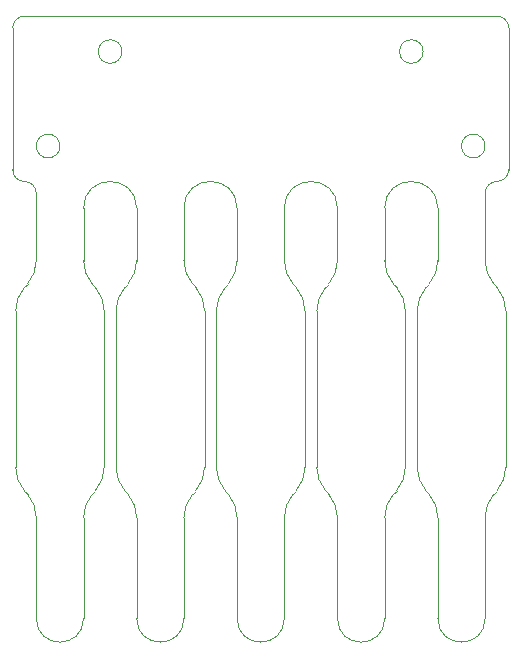
<source format=gm1>
G04 #@! TF.GenerationSoftware,KiCad,Pcbnew,7.0.9-7.0.9~ubuntu22.04.1*
G04 #@! TF.CreationDate,2023-12-30T14:42:10+00:00*
G04 #@! TF.ProjectId,DRY_FLEX_V1,4452595f-464c-4455-985f-56312e6b6963,rev?*
G04 #@! TF.SameCoordinates,Original*
G04 #@! TF.FileFunction,Profile,NP*
%FSLAX46Y46*%
G04 Gerber Fmt 4.6, Leading zero omitted, Abs format (unit mm)*
G04 Created by KiCad (PCBNEW 7.0.9-7.0.9~ubuntu22.04.1) date 2023-12-30 14:42:10*
%MOMM*%
%LPD*%
G01*
G04 APERTURE LIST*
G04 #@! TA.AperFunction,Profile*
%ADD10C,0.038100*%
G04 #@! TD*
G04 APERTURE END LIST*
D10*
X88492268Y-115974489D02*
G75*
G03*
X87750000Y-117950005I2257732J-1975511D01*
G01*
X105492270Y-115974491D02*
X105757730Y-115671108D01*
X97257733Y-115671111D02*
G75*
G03*
X98000000Y-113695594I-2257733J1975511D01*
G01*
X80000000Y-93000000D02*
X120000000Y-93000000D01*
X81000000Y-113695594D02*
X81000000Y-108000000D01*
X106499996Y-135450006D02*
G75*
G03*
X105757730Y-133474492I-2999996J6D01*
G01*
X85000000Y-135450006D02*
X85000000Y-144000000D01*
X112249996Y-117950005D02*
G75*
G03*
X111507729Y-115974492I-2999996J5D01*
G01*
X81000000Y-135450006D02*
X81000000Y-144000000D01*
X119000000Y-104000000D02*
G75*
G03*
X119000000Y-104000000I-1000000J0D01*
G01*
X106500000Y-113695594D02*
X106500000Y-109250000D01*
X81000000Y-108000000D02*
G75*
G03*
X80000000Y-107000000I-1000000J0D01*
G01*
X94507730Y-133171109D02*
X94242270Y-133474492D01*
X119000004Y-113695594D02*
G75*
G03*
X119742270Y-115671108I2999996J-6D01*
G01*
X79250004Y-131195595D02*
G75*
G03*
X79992271Y-133171108I2999996J-5D01*
G01*
X104750000Y-117950005D02*
X104750000Y-131195595D01*
X88250000Y-96000000D02*
G75*
G03*
X88250000Y-96000000I-1000000J0D01*
G01*
X111242270Y-115671108D02*
X111507730Y-115974491D01*
X86749996Y-117950005D02*
G75*
G03*
X86007729Y-115974492I-2999996J5D01*
G01*
X110500000Y-135450006D02*
X110500000Y-144000000D01*
X85000004Y-113695594D02*
G75*
G03*
X85742270Y-115671108I2999996J-6D01*
G01*
X115000000Y-109250000D02*
G75*
G03*
X110500000Y-109250000I-2250000J0D01*
G01*
X80999996Y-135450006D02*
G75*
G03*
X80257730Y-133474492I-2999996J6D01*
G01*
X120749996Y-117950005D02*
G75*
G03*
X120007729Y-115974492I-2999996J5D01*
G01*
X113992270Y-133171109D02*
X114257730Y-133474492D01*
X120007732Y-133171111D02*
G75*
G03*
X120750000Y-131195595I-2257732J1975511D01*
G01*
X111507730Y-133171109D02*
X111242270Y-133474492D01*
X80000000Y-93000000D02*
G75*
G03*
X79000000Y-94000000I0J-1000000D01*
G01*
X103749996Y-117950005D02*
G75*
G03*
X103007729Y-115974492I-2999996J5D01*
G01*
X88757733Y-115671111D02*
G75*
G03*
X89500000Y-113695594I-2257733J1975511D01*
G01*
X96992270Y-115974491D02*
X97257730Y-115671108D01*
X114257733Y-115671111D02*
G75*
G03*
X115000000Y-113695594I-2257733J1975511D01*
G01*
X119000000Y-113695594D02*
X119000000Y-108000000D01*
X102742267Y-133474489D02*
G75*
G03*
X102000000Y-135450006I2257733J-1975511D01*
G01*
X97999996Y-135450006D02*
G75*
G03*
X97257730Y-133474492I-2999996J6D01*
G01*
X111242267Y-133474489D02*
G75*
G03*
X110500000Y-135450006I2257733J-1975511D01*
G01*
X106500000Y-135450006D02*
X106500000Y-144000000D01*
X79250000Y-117950005D02*
X79250000Y-131195595D01*
X113250000Y-131195595D02*
X113250000Y-117950005D01*
X94242267Y-133474489D02*
G75*
G03*
X93500000Y-135450006I2257733J-1975511D01*
G01*
X112250000Y-131195595D02*
X112250000Y-117950005D01*
X88757730Y-133474492D02*
X88492270Y-133171109D01*
X105757730Y-133474492D02*
X105492270Y-133171109D01*
X102000000Y-113695594D02*
X102000000Y-109250000D01*
X120000000Y-107000000D02*
G75*
G03*
X121000000Y-106000000I0J1000000D01*
G01*
X114257730Y-115671108D02*
X113992270Y-115974491D01*
X93500000Y-113695594D02*
X93500000Y-109250000D01*
X115000000Y-135450006D02*
X115000000Y-144000000D01*
X97257730Y-133474492D02*
X96992270Y-133171109D01*
X96250000Y-117950005D02*
X96250000Y-131195595D01*
X111507732Y-133171111D02*
G75*
G03*
X112250000Y-131195595I-2257732J1975511D01*
G01*
X96992268Y-115974489D02*
G75*
G03*
X96250000Y-117950005I2257732J-1975511D01*
G01*
X89500000Y-113695594D02*
X89500000Y-109250000D01*
X83000000Y-104000000D02*
G75*
G03*
X83000000Y-104000000I-1000000J0D01*
G01*
X93500004Y-113695594D02*
G75*
G03*
X94242270Y-115671108I2999996J-6D01*
G01*
X79000000Y-106000000D02*
G75*
G03*
X80000000Y-107000000I1000000J0D01*
G01*
X119000000Y-135450006D02*
X119000000Y-144000000D01*
X98000000Y-113695594D02*
X98000000Y-109250000D01*
X85742267Y-133474489D02*
G75*
G03*
X85000000Y-135450006I2257733J-1975511D01*
G01*
X105757733Y-115671111D02*
G75*
G03*
X106500000Y-113695594I-2257733J1975511D01*
G01*
X86007732Y-133171111D02*
G75*
G03*
X86750000Y-131195595I-2257732J1975511D01*
G01*
X80257730Y-133474492D02*
X79992270Y-133171109D01*
X115000000Y-144000000D02*
G75*
G03*
X119000000Y-144000000I2000000J0D01*
G01*
X86750000Y-131195595D02*
X86750000Y-117950005D01*
X121000000Y-94000000D02*
G75*
G03*
X120000000Y-93000000I-1000000J0D01*
G01*
X80257733Y-115671111D02*
G75*
G03*
X81000000Y-113695594I-2257733J1975511D01*
G01*
X113750000Y-96000000D02*
G75*
G03*
X113750000Y-96000000I-1000000J0D01*
G01*
X86007730Y-133171109D02*
X85742270Y-133474492D01*
X121000000Y-106000000D02*
X121000000Y-94000000D01*
X120750000Y-117950005D02*
X120750000Y-131195595D01*
X89500000Y-144000000D02*
G75*
G03*
X93500000Y-144000000I2000000J0D01*
G01*
X120000000Y-107000000D02*
G75*
G03*
X119000000Y-108000000I0J-1000000D01*
G01*
X94507732Y-133171111D02*
G75*
G03*
X95250000Y-131195595I-2257732J1975511D01*
G01*
X119742270Y-133474492D02*
X120007730Y-133171109D01*
X106500000Y-109250000D02*
G75*
G03*
X102000000Y-109250000I-2250000J0D01*
G01*
X95250000Y-131195595D02*
X95250000Y-117950005D01*
X87750004Y-131195595D02*
G75*
G03*
X88492271Y-133171108I2999996J-5D01*
G01*
X93500000Y-135450006D02*
X93500000Y-144000000D01*
X105492268Y-115974489D02*
G75*
G03*
X104750000Y-117950005I2257732J-1975511D01*
G01*
X87750000Y-117950005D02*
X87750000Y-131195595D01*
X79000000Y-106000000D02*
X79000000Y-94000000D01*
X102000000Y-135450006D02*
X102000000Y-144000000D01*
X113992268Y-115974489D02*
G75*
G03*
X113250000Y-117950005I2257732J-1975511D01*
G01*
X95249996Y-117950005D02*
G75*
G03*
X94507729Y-115974492I-2999996J5D01*
G01*
X114999996Y-135450006D02*
G75*
G03*
X114257730Y-133474492I-2999996J6D01*
G01*
X85000000Y-113695594D02*
X85000000Y-109250000D01*
X110500000Y-113695594D02*
X110500000Y-109250000D01*
X94242270Y-115671108D02*
X94507730Y-115974491D01*
X110500004Y-113695594D02*
G75*
G03*
X111242270Y-115671108I2999996J-6D01*
G01*
X102000004Y-113695594D02*
G75*
G03*
X102742270Y-115671108I2999996J-6D01*
G01*
X79992270Y-115974491D02*
X80257730Y-115671108D01*
X98000000Y-144000000D02*
G75*
G03*
X102000000Y-144000000I2000000J0D01*
G01*
X96250004Y-131195595D02*
G75*
G03*
X96992271Y-133171108I2999996J-5D01*
G01*
X89500000Y-135450006D02*
X89500000Y-144000000D01*
X106500000Y-144000000D02*
G75*
G03*
X110500000Y-144000000I2000000J0D01*
G01*
X103007730Y-133171109D02*
X102742270Y-133474492D01*
X120007730Y-115974491D02*
X119742270Y-115671108D01*
X119742267Y-133474489D02*
G75*
G03*
X119000000Y-135450006I2257733J-1975511D01*
G01*
X88492270Y-115974491D02*
X88757730Y-115671108D01*
X103750000Y-131195595D02*
X103750000Y-117950005D01*
X85742270Y-115671108D02*
X86007730Y-115974491D01*
X89500000Y-109250000D02*
G75*
G03*
X85000000Y-109250000I-2250000J0D01*
G01*
X98000000Y-109250000D02*
G75*
G03*
X93500000Y-109250000I-2250000J0D01*
G01*
X81000000Y-144000000D02*
G75*
G03*
X85000000Y-144000000I2000000J0D01*
G01*
X79992268Y-115974489D02*
G75*
G03*
X79250000Y-117950005I2257732J-1975511D01*
G01*
X115000000Y-113695594D02*
X115000000Y-109250000D01*
X102742270Y-115671108D02*
X103007730Y-115974491D01*
X104750004Y-131195595D02*
G75*
G03*
X105492271Y-133171108I2999996J-5D01*
G01*
X103007732Y-133171111D02*
G75*
G03*
X103750000Y-131195595I-2257732J1975511D01*
G01*
X113250004Y-131195595D02*
G75*
G03*
X113992271Y-133171108I2999996J-5D01*
G01*
X89499996Y-135450006D02*
G75*
G03*
X88757730Y-133474492I-2999996J6D01*
G01*
X98000000Y-135450006D02*
X98000000Y-144000000D01*
M02*

</source>
